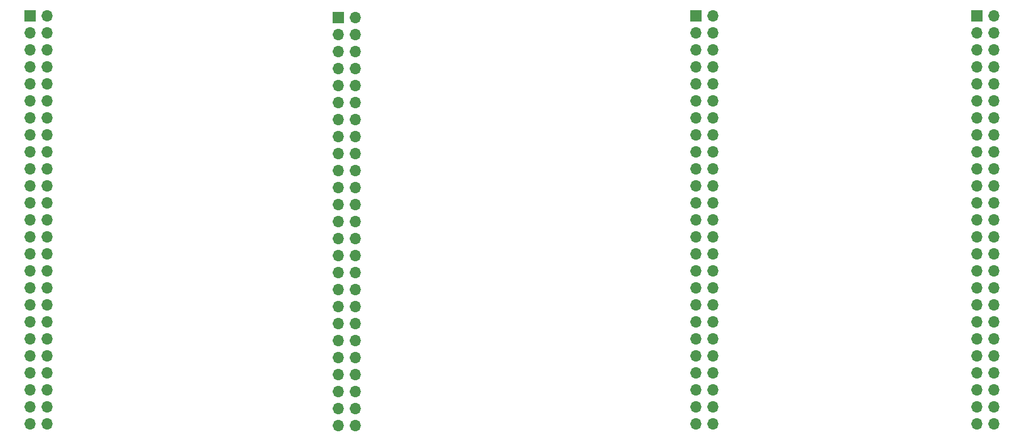
<source format=gbr>
%TF.GenerationSoftware,KiCad,Pcbnew,8.0.1*%
%TF.CreationDate,2024-06-17T10:53:38-04:00*%
%TF.ProjectId,trs80 multi connector,74727338-3020-46d7-956c-746920636f6e,rev?*%
%TF.SameCoordinates,Original*%
%TF.FileFunction,Soldermask,Top*%
%TF.FilePolarity,Negative*%
%FSLAX46Y46*%
G04 Gerber Fmt 4.6, Leading zero omitted, Abs format (unit mm)*
G04 Created by KiCad (PCBNEW 8.0.1) date 2024-06-17 10:53:38*
%MOMM*%
%LPD*%
G01*
G04 APERTURE LIST*
%ADD10R,1.700000X1.700000*%
%ADD11O,1.700000X1.700000*%
G04 APERTURE END LIST*
D10*
%TO.C,J4*%
X208026000Y-53594000D03*
D11*
X210566000Y-53594000D03*
X208026000Y-56134000D03*
X210566000Y-56134000D03*
X208026000Y-58674000D03*
X210566000Y-58674000D03*
X208026000Y-61214000D03*
X210566000Y-61214000D03*
X208026000Y-63754000D03*
X210566000Y-63754000D03*
X208026000Y-66294000D03*
X210566000Y-66294000D03*
X208026000Y-68834000D03*
X210566000Y-68834000D03*
X208026000Y-71374000D03*
X210566000Y-71374000D03*
X208026000Y-73914000D03*
X210566000Y-73914000D03*
X208026000Y-76454000D03*
X210566000Y-76454000D03*
X208026000Y-78994000D03*
X210566000Y-78994000D03*
X208026000Y-81534000D03*
X210566000Y-81534000D03*
X208026000Y-84074000D03*
X210566000Y-84074000D03*
X208026000Y-86614000D03*
X210566000Y-86614000D03*
X208026000Y-89154000D03*
X210566000Y-89154000D03*
X208026000Y-91694000D03*
X210566000Y-91694000D03*
X208026000Y-94234000D03*
X210566000Y-94234000D03*
X208026000Y-96774000D03*
X210566000Y-96774000D03*
X208026000Y-99314000D03*
X210566000Y-99314000D03*
X208026000Y-101854000D03*
X210566000Y-101854000D03*
X208026000Y-104394000D03*
X210566000Y-104394000D03*
X208026000Y-106934000D03*
X210566000Y-106934000D03*
X208026000Y-109474000D03*
X210566000Y-109474000D03*
X208026000Y-112014000D03*
X210566000Y-112014000D03*
X208026000Y-114554000D03*
X210566000Y-114554000D03*
%TD*%
D10*
%TO.C,J3*%
X166116000Y-53594000D03*
D11*
X168656000Y-53594000D03*
X166116000Y-56134000D03*
X168656000Y-56134000D03*
X166116000Y-58674000D03*
X168656000Y-58674000D03*
X166116000Y-61214000D03*
X168656000Y-61214000D03*
X166116000Y-63754000D03*
X168656000Y-63754000D03*
X166116000Y-66294000D03*
X168656000Y-66294000D03*
X166116000Y-68834000D03*
X168656000Y-68834000D03*
X166116000Y-71374000D03*
X168656000Y-71374000D03*
X166116000Y-73914000D03*
X168656000Y-73914000D03*
X166116000Y-76454000D03*
X168656000Y-76454000D03*
X166116000Y-78994000D03*
X168656000Y-78994000D03*
X166116000Y-81534000D03*
X168656000Y-81534000D03*
X166116000Y-84074000D03*
X168656000Y-84074000D03*
X166116000Y-86614000D03*
X168656000Y-86614000D03*
X166116000Y-89154000D03*
X168656000Y-89154000D03*
X166116000Y-91694000D03*
X168656000Y-91694000D03*
X166116000Y-94234000D03*
X168656000Y-94234000D03*
X166116000Y-96774000D03*
X168656000Y-96774000D03*
X166116000Y-99314000D03*
X168656000Y-99314000D03*
X166116000Y-101854000D03*
X168656000Y-101854000D03*
X166116000Y-104394000D03*
X168656000Y-104394000D03*
X166116000Y-106934000D03*
X168656000Y-106934000D03*
X166116000Y-109474000D03*
X168656000Y-109474000D03*
X166116000Y-112014000D03*
X168656000Y-112014000D03*
X166116000Y-114554000D03*
X168656000Y-114554000D03*
%TD*%
D10*
%TO.C,J2*%
X112776000Y-53848000D03*
D11*
X115316000Y-53848000D03*
X112776000Y-56388000D03*
X115316000Y-56388000D03*
X112776000Y-58928000D03*
X115316000Y-58928000D03*
X112776000Y-61468000D03*
X115316000Y-61468000D03*
X112776000Y-64008000D03*
X115316000Y-64008000D03*
X112776000Y-66548000D03*
X115316000Y-66548000D03*
X112776000Y-69088000D03*
X115316000Y-69088000D03*
X112776000Y-71628000D03*
X115316000Y-71628000D03*
X112776000Y-74168000D03*
X115316000Y-74168000D03*
X112776000Y-76708000D03*
X115316000Y-76708000D03*
X112776000Y-79248000D03*
X115316000Y-79248000D03*
X112776000Y-81788000D03*
X115316000Y-81788000D03*
X112776000Y-84328000D03*
X115316000Y-84328000D03*
X112776000Y-86868000D03*
X115316000Y-86868000D03*
X112776000Y-89408000D03*
X115316000Y-89408000D03*
X112776000Y-91948000D03*
X115316000Y-91948000D03*
X112776000Y-94488000D03*
X115316000Y-94488000D03*
X112776000Y-97028000D03*
X115316000Y-97028000D03*
X112776000Y-99568000D03*
X115316000Y-99568000D03*
X112776000Y-102108000D03*
X115316000Y-102108000D03*
X112776000Y-104648000D03*
X115316000Y-104648000D03*
X112776000Y-107188000D03*
X115316000Y-107188000D03*
X112776000Y-109728000D03*
X115316000Y-109728000D03*
X112776000Y-112268000D03*
X115316000Y-112268000D03*
X112776000Y-114808000D03*
X115316000Y-114808000D03*
%TD*%
D10*
%TO.C,J1*%
X66802000Y-53594000D03*
D11*
X69342000Y-53594000D03*
X66802000Y-56134000D03*
X69342000Y-56134000D03*
X66802000Y-58674000D03*
X69342000Y-58674000D03*
X66802000Y-61214000D03*
X69342000Y-61214000D03*
X66802000Y-63754000D03*
X69342000Y-63754000D03*
X66802000Y-66294000D03*
X69342000Y-66294000D03*
X66802000Y-68834000D03*
X69342000Y-68834000D03*
X66802000Y-71374000D03*
X69342000Y-71374000D03*
X66802000Y-73914000D03*
X69342000Y-73914000D03*
X66802000Y-76454000D03*
X69342000Y-76454000D03*
X66802000Y-78994000D03*
X69342000Y-78994000D03*
X66802000Y-81534000D03*
X69342000Y-81534000D03*
X66802000Y-84074000D03*
X69342000Y-84074000D03*
X66802000Y-86614000D03*
X69342000Y-86614000D03*
X66802000Y-89154000D03*
X69342000Y-89154000D03*
X66802000Y-91694000D03*
X69342000Y-91694000D03*
X66802000Y-94234000D03*
X69342000Y-94234000D03*
X66802000Y-96774000D03*
X69342000Y-96774000D03*
X66802000Y-99314000D03*
X69342000Y-99314000D03*
X66802000Y-101854000D03*
X69342000Y-101854000D03*
X66802000Y-104394000D03*
X69342000Y-104394000D03*
X66802000Y-106934000D03*
X69342000Y-106934000D03*
X66802000Y-109474000D03*
X69342000Y-109474000D03*
X66802000Y-112014000D03*
X69342000Y-112014000D03*
X66802000Y-114554000D03*
X69342000Y-114554000D03*
%TD*%
M02*

</source>
